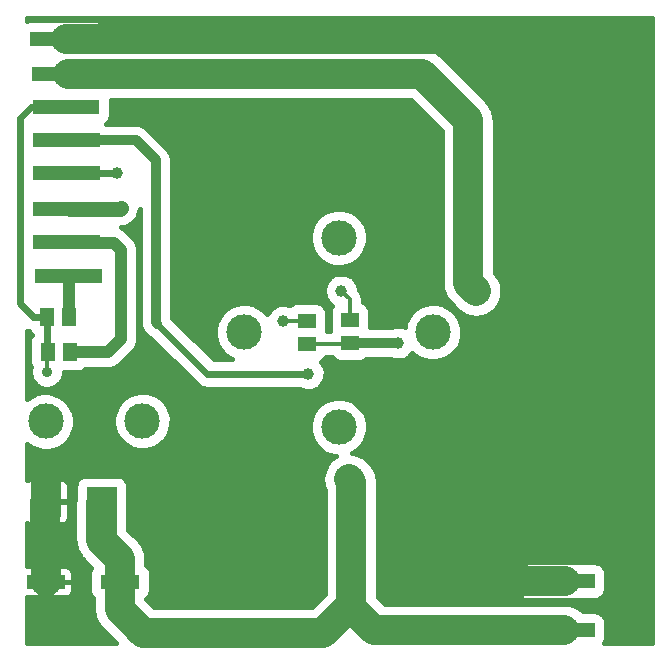
<source format=gbr>
G04 #@! TF.FileFunction,Copper,L1,Top,Signal*
%FSLAX46Y46*%
G04 Gerber Fmt 4.6, Leading zero omitted, Abs format (unit mm)*
G04 Created by KiCad (PCBNEW 4.0.6) date 05/07/17 20:50:35*
%MOMM*%
%LPD*%
G01*
G04 APERTURE LIST*
%ADD10C,0.100000*%
%ADD11R,1.500000X1.300000*%
%ADD12R,1.300000X1.500000*%
%ADD13C,1.100000*%
%ADD14R,0.635000X1.270000*%
%ADD15R,3.300000X1.300000*%
%ADD16R,2.540000X2.540000*%
%ADD17C,3.000000*%
%ADD18C,1.006400*%
%ADD19C,0.906400*%
%ADD20C,0.304800*%
%ADD21C,2.540000*%
%ADD22C,0.812800*%
%ADD23C,0.609600*%
%ADD24C,1.016000*%
%ADD25C,1.270000*%
%ADD26C,0.406400*%
G04 APERTURE END LIST*
D10*
D11*
X123952300Y-101280300D03*
X123952300Y-103180300D03*
X127584500Y-103104100D03*
X127584500Y-101204100D03*
D12*
X103905300Y-103859900D03*
X102005300Y-103859900D03*
X103847900Y-100932300D03*
X101947900Y-100932300D03*
D13*
X145772700Y-123292900D03*
D14*
X146153700Y-123292900D03*
X146788700Y-123292900D03*
X145518700Y-123292900D03*
X144883700Y-123292900D03*
X144248700Y-123292900D03*
X147385600Y-123292900D03*
X147982500Y-123292900D03*
X143626400Y-123292900D03*
X143004100Y-123292900D03*
D13*
X145754500Y-127426900D03*
D14*
X146135500Y-127426900D03*
X146770500Y-127426900D03*
X145500500Y-127426900D03*
X144865500Y-127426900D03*
X144230500Y-127426900D03*
X147367400Y-127426900D03*
X147964300Y-127426900D03*
X143608200Y-127426900D03*
X142985900Y-127426900D03*
D13*
X103577100Y-77378900D03*
D14*
X103958100Y-77378900D03*
X104593100Y-77378900D03*
X103323100Y-77378900D03*
X102688100Y-77378900D03*
X102053100Y-77378900D03*
X105190000Y-77378900D03*
X105786900Y-77378900D03*
X101430800Y-77378900D03*
X100808500Y-77378900D03*
D13*
X103763100Y-80323900D03*
D14*
X104144100Y-80323900D03*
X104779100Y-80323900D03*
X103509100Y-80323900D03*
X102874100Y-80323900D03*
X102239100Y-80323900D03*
X105376000Y-80323900D03*
X105972900Y-80323900D03*
X101616800Y-80323900D03*
X100994500Y-80323900D03*
D13*
X103875100Y-88748900D03*
D14*
X104256100Y-88748900D03*
X104891100Y-88748900D03*
X103621100Y-88748900D03*
X102986100Y-88748900D03*
X102351100Y-88748900D03*
X105488000Y-88748900D03*
X106084900Y-88748900D03*
X101728800Y-88748900D03*
X101106500Y-88748900D03*
D13*
X103864100Y-91726900D03*
D14*
X104245100Y-91726900D03*
X104880100Y-91726900D03*
X103610100Y-91726900D03*
X102975100Y-91726900D03*
X102340100Y-91726900D03*
X105477000Y-91726900D03*
X106073900Y-91726900D03*
X101717800Y-91726900D03*
X101095500Y-91726900D03*
D13*
X103842100Y-83166900D03*
D14*
X104223100Y-83166900D03*
X104858100Y-83166900D03*
X103588100Y-83166900D03*
X102953100Y-83166900D03*
X102318100Y-83166900D03*
X105455000Y-83166900D03*
X106051900Y-83166900D03*
X101695800Y-83166900D03*
X101073500Y-83166900D03*
D13*
X104014100Y-97406900D03*
D14*
X104395100Y-97406900D03*
X105030100Y-97406900D03*
X103760100Y-97406900D03*
X103125100Y-97406900D03*
X102490100Y-97406900D03*
X105627000Y-97406900D03*
X106223900Y-97406900D03*
X101867800Y-97406900D03*
X101245500Y-97406900D03*
D13*
X103865100Y-94590900D03*
D14*
X104246100Y-94590900D03*
X104881100Y-94590900D03*
X103611100Y-94590900D03*
X102976100Y-94590900D03*
X102341100Y-94590900D03*
X105478000Y-94590900D03*
X106074900Y-94590900D03*
X101718800Y-94590900D03*
X101096500Y-94590900D03*
D13*
X103879100Y-85951900D03*
D14*
X104260100Y-85951900D03*
X104895100Y-85951900D03*
X103625100Y-85951900D03*
X102990100Y-85951900D03*
X102355100Y-85951900D03*
X105492000Y-85951900D03*
X106088900Y-85951900D03*
X101732800Y-85951900D03*
X101110500Y-85951900D03*
D15*
X108113100Y-123342900D03*
X101863100Y-123342900D03*
D16*
X101892600Y-116541900D03*
X106591600Y-116541900D03*
D17*
X118643700Y-102204900D03*
X126644700Y-94203900D03*
X134645700Y-102204900D03*
X126644700Y-110231300D03*
X101825100Y-109758900D03*
X110029100Y-109692900D03*
D18*
X121920300Y-101265100D03*
X138272100Y-98728900D03*
X127503100Y-114642900D03*
X131657100Y-103118900D03*
D19*
X101940100Y-105569900D03*
D18*
X124058100Y-105718900D03*
X141864100Y-93423900D03*
X131878100Y-118526900D03*
X116963000Y-116604000D03*
X107850100Y-88711900D03*
X108200100Y-91643900D03*
X126873300Y-98699700D03*
D19*
X103847900Y-99300900D03*
X108175100Y-97787900D03*
D20*
X123952300Y-101280300D02*
X121935500Y-101280300D01*
X121935500Y-101280300D02*
X121920300Y-101265100D01*
X123952300Y-103180300D02*
X127508300Y-103180300D01*
X127508300Y-103180300D02*
X127584500Y-103104100D01*
D21*
X108113100Y-123342900D02*
X108113100Y-121367900D01*
X108113100Y-121367900D02*
X106504100Y-119758900D01*
X106504100Y-119758900D02*
X106504100Y-116629400D01*
X106504100Y-116629400D02*
X106591600Y-116541900D01*
X103763100Y-80323900D02*
X133698100Y-80323900D01*
X133698100Y-80323900D02*
X137610100Y-84235900D01*
X137610100Y-84235900D02*
X137610100Y-98066900D01*
X137610100Y-98066900D02*
X138272100Y-98728900D01*
X145754500Y-127426900D02*
X129604100Y-127426900D01*
X129604100Y-127426900D02*
X127722100Y-125544900D01*
X127722100Y-125544900D02*
X127722100Y-125270900D01*
X127722100Y-125270900D02*
X127722100Y-114861900D01*
X127722100Y-114861900D02*
X127503100Y-114642900D01*
X106591600Y-116541900D02*
X106591600Y-119884400D01*
X106591600Y-119884400D02*
X108090100Y-121382900D01*
X108090100Y-121382900D02*
X108090100Y-125656900D01*
X108090100Y-125656900D02*
X110114100Y-127680900D01*
X110114100Y-127680900D02*
X125312100Y-127680900D01*
X125312100Y-127680900D02*
X127722100Y-125270900D01*
D22*
X127584500Y-103104100D02*
X131642300Y-103104100D01*
X131642300Y-103104100D02*
X131657100Y-103118900D01*
D23*
X101947900Y-100932300D02*
X101947900Y-103802500D01*
D24*
X101947900Y-103802500D02*
X102005300Y-103859900D01*
D23*
X101947900Y-100932300D02*
X100802500Y-100932300D01*
X100802500Y-100932300D02*
X99623100Y-99752900D01*
X99623100Y-99752900D02*
X99623100Y-84044900D01*
X99623100Y-84044900D02*
X100573100Y-83094900D01*
X100573100Y-83094900D02*
X103770100Y-83094900D01*
D24*
X103770100Y-83094900D02*
X103842100Y-83166900D01*
D20*
X101940100Y-105569900D02*
X101940100Y-103925100D01*
X101940100Y-103925100D02*
X102005300Y-103859900D01*
D23*
X111153100Y-101344900D02*
X111300600Y-101492400D01*
X111300600Y-101492400D02*
X115527100Y-105718900D01*
X115527100Y-105718900D02*
X124058100Y-105718900D01*
D22*
X103879100Y-85951900D02*
X109459100Y-85951900D01*
X109459100Y-85951900D02*
X111156100Y-87648900D01*
X111156100Y-87648900D02*
X111156100Y-101347900D01*
X111156100Y-101347900D02*
X111300600Y-101492400D01*
D21*
X101863100Y-123342900D02*
X101784100Y-116609400D01*
X101784100Y-116609400D02*
X101892600Y-116541900D01*
X103577100Y-77378900D02*
X136334100Y-77378900D01*
X136334100Y-77378900D02*
X141391100Y-82435900D01*
X141391100Y-82435900D02*
X141391100Y-92950900D01*
X141391100Y-92950900D02*
X141864100Y-93423900D01*
X145772700Y-123292900D02*
X133022100Y-123292900D01*
X133022100Y-123292900D02*
X131988100Y-122258900D01*
X131988100Y-122258900D02*
X131988100Y-118636900D01*
X131988100Y-118636900D02*
X131878100Y-118526900D01*
X101892600Y-116541900D02*
X101892600Y-114007400D01*
X101892600Y-114007400D02*
X102513100Y-113386900D01*
X102513100Y-113386900D02*
X113745900Y-113386900D01*
X113745900Y-113386900D02*
X116963000Y-116604000D01*
D23*
X103875100Y-88748900D02*
X107813100Y-88748900D01*
X107813100Y-88748900D02*
X107850100Y-88711900D01*
D25*
X103864100Y-91726900D02*
X108117100Y-91726900D01*
X108117100Y-91726900D02*
X108200100Y-91643900D01*
D20*
X127584500Y-101204100D02*
X127584500Y-99410900D01*
X127584500Y-99410900D02*
X126873300Y-98699700D01*
D24*
X103847900Y-100932300D02*
X103847900Y-99300900D01*
X103847900Y-99300900D02*
X103847900Y-97573100D01*
X103847900Y-97573100D02*
X104014100Y-97406900D01*
X103905300Y-103859900D02*
X107082100Y-103859900D01*
X107082100Y-103859900D02*
X108175100Y-102766900D01*
X108175100Y-102766900D02*
X108175100Y-97787900D01*
X108175100Y-97787900D02*
X108175100Y-95230900D01*
X108175100Y-95230900D02*
X107620100Y-94675900D01*
X107620100Y-94675900D02*
X103950100Y-94675900D01*
X103950100Y-94675900D02*
X103865100Y-94590900D01*
D26*
G36*
X153149900Y-128479700D02*
X149146738Y-128479700D01*
X149213272Y-128332099D01*
X149251670Y-128061900D01*
X149251670Y-126791900D01*
X149239413Y-126638195D01*
X149158679Y-126377496D01*
X149008513Y-126149610D01*
X148800804Y-125972581D01*
X148551999Y-125860428D01*
X148281800Y-125822030D01*
X147302648Y-125822030D01*
X147017314Y-125582606D01*
X146635039Y-125372449D01*
X146219224Y-125240544D01*
X145785708Y-125191918D01*
X145754500Y-125191700D01*
X130529950Y-125191700D01*
X129957300Y-124619050D01*
X129957300Y-122657900D01*
X141716730Y-122657900D01*
X141716730Y-123927900D01*
X141728987Y-124081605D01*
X141809721Y-124342304D01*
X141959887Y-124570190D01*
X142167596Y-124747219D01*
X142416401Y-124859372D01*
X142686600Y-124897770D01*
X148300000Y-124897770D01*
X148453705Y-124885513D01*
X148714404Y-124804779D01*
X148942290Y-124654613D01*
X149119319Y-124446904D01*
X149231472Y-124198099D01*
X149269870Y-123927900D01*
X149269870Y-122657900D01*
X149257613Y-122504195D01*
X149176879Y-122243496D01*
X149026713Y-122015610D01*
X148819004Y-121838581D01*
X148570199Y-121726428D01*
X148300000Y-121688030D01*
X142686600Y-121688030D01*
X142532895Y-121700287D01*
X142272196Y-121781021D01*
X142044310Y-121931187D01*
X141867281Y-122138896D01*
X141755128Y-122387701D01*
X141716730Y-122657900D01*
X129957300Y-122657900D01*
X129957300Y-114861900D01*
X129937149Y-114656386D01*
X129919157Y-114450732D01*
X129915878Y-114439446D01*
X129914731Y-114427747D01*
X129855044Y-114230055D01*
X129797451Y-114031819D01*
X129792043Y-114021386D01*
X129788645Y-114010131D01*
X129691700Y-113827804D01*
X129596697Y-113644523D01*
X129589364Y-113635338D01*
X129583846Y-113624959D01*
X129453318Y-113464916D01*
X129324538Y-113303597D01*
X129308410Y-113287241D01*
X129308133Y-113286902D01*
X129307819Y-113286642D01*
X129302625Y-113281375D01*
X129083625Y-113062375D01*
X128746532Y-112785483D01*
X128362076Y-112579340D01*
X127944904Y-112451797D01*
X127774041Y-112434442D01*
X128169772Y-112183304D01*
X128519874Y-111849906D01*
X128798550Y-111454857D01*
X128995187Y-111013203D01*
X129102295Y-110541766D01*
X129110006Y-109989575D01*
X129016103Y-109515331D01*
X128831874Y-109068359D01*
X128564337Y-108665683D01*
X128223681Y-108322640D01*
X127822882Y-108052298D01*
X127377207Y-107864953D01*
X126903630Y-107767742D01*
X126420191Y-107764367D01*
X125945304Y-107854956D01*
X125497056Y-108036060D01*
X125092522Y-108300780D01*
X124747110Y-108639033D01*
X124473976Y-109037934D01*
X124283525Y-109482291D01*
X124183010Y-109955177D01*
X124176260Y-110438581D01*
X124263532Y-110914089D01*
X124441502Y-111363590D01*
X124703391Y-111769963D01*
X125039224Y-112117728D01*
X125436209Y-112393640D01*
X125879225Y-112587189D01*
X126351398Y-112691003D01*
X126432272Y-112692697D01*
X126272665Y-112776848D01*
X125933648Y-113051379D01*
X125654410Y-113386532D01*
X125445588Y-113769538D01*
X125315136Y-114185810D01*
X125268023Y-114619493D01*
X125306043Y-115054068D01*
X125427749Y-115472981D01*
X125486900Y-115587096D01*
X125486900Y-124345050D01*
X124386250Y-125445700D01*
X111039950Y-125445700D01*
X110350218Y-124755968D01*
X110405390Y-124719613D01*
X110582419Y-124511904D01*
X110694572Y-124263099D01*
X110732970Y-123992900D01*
X110732970Y-122692900D01*
X110720713Y-122539195D01*
X110639979Y-122278496D01*
X110489813Y-122050610D01*
X110348300Y-121929999D01*
X110348300Y-121367900D01*
X110328149Y-121162386D01*
X110310157Y-120956732D01*
X110306878Y-120945446D01*
X110305731Y-120933747D01*
X110246058Y-120736102D01*
X110188452Y-120537819D01*
X110183042Y-120527382D01*
X110179645Y-120516131D01*
X110082719Y-120333839D01*
X109987697Y-120150523D01*
X109980364Y-120141338D01*
X109974846Y-120130959D01*
X109844343Y-119970946D01*
X109715539Y-119809597D01*
X109699408Y-119793240D01*
X109699133Y-119792902D01*
X109698820Y-119792643D01*
X109693625Y-119787375D01*
X108826800Y-118920550D01*
X108826800Y-117844762D01*
X108831470Y-117811900D01*
X108831470Y-115271900D01*
X108819213Y-115118195D01*
X108738479Y-114857496D01*
X108588313Y-114629610D01*
X108380604Y-114452581D01*
X108131799Y-114340428D01*
X107861600Y-114302030D01*
X105321600Y-114302030D01*
X105167895Y-114314287D01*
X104907196Y-114395021D01*
X104679310Y-114545187D01*
X104502281Y-114752896D01*
X104390128Y-115001701D01*
X104351730Y-115271900D01*
X104351730Y-116057539D01*
X104317744Y-116164676D01*
X104316434Y-116176354D01*
X104312997Y-116187596D01*
X104292131Y-116393027D01*
X104269118Y-116598192D01*
X104268957Y-116621169D01*
X104268914Y-116621597D01*
X104268952Y-116621996D01*
X104268900Y-116629400D01*
X104268900Y-119758900D01*
X104289051Y-119964414D01*
X104307043Y-120170068D01*
X104310322Y-120181354D01*
X104311469Y-120193053D01*
X104371156Y-120390745D01*
X104428749Y-120588981D01*
X104434157Y-120599414D01*
X104437555Y-120610669D01*
X104534489Y-120792976D01*
X104629503Y-120976278D01*
X104636837Y-120985465D01*
X104642354Y-120995841D01*
X104696510Y-121062243D01*
X104717003Y-121101778D01*
X104724337Y-121110965D01*
X104729854Y-121121341D01*
X104860345Y-121281338D01*
X104989162Y-121442704D01*
X105005292Y-121459060D01*
X105005567Y-121459398D01*
X105005880Y-121459657D01*
X105011075Y-121464925D01*
X105678873Y-122132723D01*
X105643781Y-122173896D01*
X105531628Y-122422701D01*
X105493230Y-122692900D01*
X105493230Y-123992900D01*
X105505487Y-124146605D01*
X105586221Y-124407304D01*
X105736387Y-124635190D01*
X105854900Y-124736198D01*
X105854900Y-125656900D01*
X105875051Y-125862414D01*
X105893043Y-126068068D01*
X105896322Y-126079354D01*
X105897469Y-126091053D01*
X105957156Y-126288745D01*
X106014749Y-126486981D01*
X106020157Y-126497414D01*
X106023555Y-126508669D01*
X106120489Y-126690976D01*
X106215503Y-126874278D01*
X106222837Y-126883465D01*
X106228354Y-126893841D01*
X106358845Y-127053838D01*
X106487662Y-127215204D01*
X106503792Y-127231560D01*
X106504067Y-127231898D01*
X106504380Y-127232157D01*
X106509575Y-127237425D01*
X107751850Y-128479700D01*
X100230300Y-128479700D01*
X100230300Y-124652500D01*
X101673200Y-124652500D01*
X101838100Y-124487600D01*
X101838100Y-123367900D01*
X101888100Y-123367900D01*
X101888100Y-124487600D01*
X102053000Y-124652500D01*
X103578065Y-124652500D01*
X103705498Y-124627152D01*
X103825538Y-124577430D01*
X103933571Y-124505245D01*
X104025445Y-124413370D01*
X104097630Y-124305338D01*
X104147352Y-124185298D01*
X104172700Y-124057865D01*
X104172700Y-123532800D01*
X104007800Y-123367900D01*
X101888100Y-123367900D01*
X101838100Y-123367900D01*
X101818100Y-123367900D01*
X101818100Y-123317900D01*
X101838100Y-123317900D01*
X101838100Y-122198200D01*
X101888100Y-122198200D01*
X101888100Y-123317900D01*
X104007800Y-123317900D01*
X104172700Y-123153000D01*
X104172700Y-122627935D01*
X104147352Y-122500502D01*
X104097630Y-122380462D01*
X104025445Y-122272430D01*
X103933571Y-122180555D01*
X103825538Y-122108370D01*
X103705498Y-122058648D01*
X103578065Y-122033300D01*
X102053000Y-122033300D01*
X101888100Y-122198200D01*
X101838100Y-122198200D01*
X101673200Y-122033300D01*
X100230300Y-122033300D01*
X100230300Y-118343068D01*
X100310162Y-118396430D01*
X100430202Y-118446152D01*
X100557635Y-118471500D01*
X101702700Y-118471500D01*
X101867600Y-118306600D01*
X101867600Y-116566900D01*
X101917600Y-116566900D01*
X101917600Y-118306600D01*
X102082500Y-118471500D01*
X103227565Y-118471500D01*
X103354998Y-118446152D01*
X103475038Y-118396430D01*
X103583071Y-118324245D01*
X103674945Y-118232370D01*
X103747130Y-118124338D01*
X103796852Y-118004298D01*
X103822200Y-117876865D01*
X103822200Y-116731800D01*
X103657300Y-116566900D01*
X101917600Y-116566900D01*
X101867600Y-116566900D01*
X101847600Y-116566900D01*
X101847600Y-116516900D01*
X101867600Y-116516900D01*
X101867600Y-114777200D01*
X101917600Y-114777200D01*
X101917600Y-116516900D01*
X103657300Y-116516900D01*
X103822200Y-116352000D01*
X103822200Y-115206935D01*
X103796852Y-115079502D01*
X103747130Y-114959462D01*
X103674945Y-114851430D01*
X103583071Y-114759555D01*
X103475038Y-114687370D01*
X103354998Y-114637648D01*
X103227565Y-114612300D01*
X102082500Y-114612300D01*
X101917600Y-114777200D01*
X101867600Y-114777200D01*
X101702700Y-114612300D01*
X100557635Y-114612300D01*
X100430202Y-114637648D01*
X100310162Y-114687370D01*
X100230300Y-114740732D01*
X100230300Y-111652748D01*
X100616609Y-111921240D01*
X101059625Y-112114789D01*
X101531798Y-112218603D01*
X102015143Y-112228727D01*
X102491249Y-112144777D01*
X102941981Y-111969949D01*
X103350172Y-111710904D01*
X103700274Y-111377506D01*
X103978950Y-110982457D01*
X104175587Y-110540803D01*
X104282695Y-110069366D01*
X104285057Y-109900181D01*
X107560660Y-109900181D01*
X107647932Y-110375689D01*
X107825902Y-110825190D01*
X108087791Y-111231563D01*
X108423624Y-111579328D01*
X108820609Y-111855240D01*
X109263625Y-112048789D01*
X109735798Y-112152603D01*
X110219143Y-112162727D01*
X110695249Y-112078777D01*
X111145981Y-111903949D01*
X111554172Y-111644904D01*
X111904274Y-111311506D01*
X112182950Y-110916457D01*
X112379587Y-110474803D01*
X112486695Y-110003366D01*
X112494406Y-109451175D01*
X112400503Y-108976931D01*
X112216274Y-108529959D01*
X111948737Y-108127283D01*
X111608081Y-107784240D01*
X111207282Y-107513898D01*
X110761607Y-107326553D01*
X110288030Y-107229342D01*
X109804591Y-107225967D01*
X109329704Y-107316556D01*
X108881456Y-107497660D01*
X108476922Y-107762380D01*
X108131510Y-108100633D01*
X107858376Y-108499534D01*
X107667925Y-108943891D01*
X107567410Y-109416777D01*
X107560660Y-109900181D01*
X104285057Y-109900181D01*
X104290406Y-109517175D01*
X104196503Y-109042931D01*
X104012274Y-108595959D01*
X103744737Y-108193283D01*
X103404081Y-107850240D01*
X103003282Y-107579898D01*
X102557607Y-107392553D01*
X102084030Y-107295342D01*
X101600591Y-107291967D01*
X101125704Y-107382556D01*
X100677456Y-107563660D01*
X100272922Y-107828380D01*
X100230300Y-107870119D01*
X100230300Y-102060078D01*
X100302194Y-102099602D01*
X100308564Y-102101623D01*
X100314445Y-102104776D01*
X100426588Y-102139062D01*
X100454838Y-102148023D01*
X100571187Y-102324590D01*
X100677900Y-102415541D01*
X100677900Y-102424382D01*
X100535981Y-102590896D01*
X100423828Y-102839701D01*
X100385430Y-103109900D01*
X100385430Y-104609900D01*
X100397687Y-104763605D01*
X100478421Y-105024304D01*
X100574824Y-105170601D01*
X100523719Y-105411027D01*
X100519836Y-105689163D01*
X100570049Y-105962756D01*
X100672448Y-106221385D01*
X100823131Y-106455199D01*
X101016359Y-106655292D01*
X101244772Y-106814044D01*
X101499670Y-106925406D01*
X101771343Y-106985137D01*
X102049445Y-106990962D01*
X102323381Y-106942660D01*
X102582719Y-106842070D01*
X102817580Y-106693023D01*
X103019017Y-106501196D01*
X103179359Y-106273897D01*
X103292498Y-106019783D01*
X103354124Y-105748533D01*
X103356481Y-105579770D01*
X104555300Y-105579770D01*
X104709005Y-105567513D01*
X104969704Y-105486779D01*
X105197590Y-105336613D01*
X105200584Y-105333100D01*
X107082100Y-105333100D01*
X107217555Y-105319818D01*
X107353097Y-105307960D01*
X107360535Y-105305799D01*
X107368246Y-105305043D01*
X107498538Y-105265705D01*
X107629199Y-105227745D01*
X107636076Y-105224180D01*
X107643493Y-105221941D01*
X107763645Y-105158055D01*
X107884462Y-105095430D01*
X107890517Y-105090596D01*
X107897356Y-105086960D01*
X108002851Y-105000921D01*
X108109163Y-104916052D01*
X108119944Y-104905422D01*
X108120167Y-104905240D01*
X108120338Y-104905034D01*
X108123810Y-104901610D01*
X109216809Y-103808610D01*
X109303188Y-103703450D01*
X109390657Y-103599209D01*
X109394388Y-103592422D01*
X109399306Y-103586435D01*
X109463619Y-103466492D01*
X109529170Y-103347255D01*
X109531512Y-103339871D01*
X109535173Y-103333044D01*
X109574956Y-103202919D01*
X109616107Y-103073196D01*
X109616971Y-103065496D01*
X109619235Y-103058090D01*
X109632988Y-102922700D01*
X109648156Y-102787469D01*
X109648262Y-102772329D01*
X109648291Y-102772043D01*
X109648266Y-102771777D01*
X109648300Y-102766900D01*
X109648300Y-95230900D01*
X109635018Y-95095445D01*
X109623160Y-94959903D01*
X109620999Y-94952465D01*
X109620243Y-94944754D01*
X109580905Y-94814462D01*
X109542945Y-94683801D01*
X109539380Y-94676924D01*
X109537141Y-94669507D01*
X109473255Y-94549355D01*
X109410630Y-94428538D01*
X109405796Y-94422483D01*
X109402160Y-94415644D01*
X109316146Y-94310180D01*
X109231253Y-94203837D01*
X109220624Y-94193059D01*
X109220440Y-94192833D01*
X109220231Y-94192660D01*
X109216810Y-94189191D01*
X108661810Y-93634190D01*
X108556621Y-93547787D01*
X108452409Y-93460343D01*
X108445622Y-93456612D01*
X108439635Y-93451694D01*
X108319692Y-93387381D01*
X108200455Y-93321830D01*
X108193464Y-93319612D01*
X108264208Y-93312676D01*
X108411459Y-93299793D01*
X108419541Y-93297445D01*
X108427914Y-93296624D01*
X108569439Y-93253896D01*
X108711362Y-93212663D01*
X108718829Y-93208792D01*
X108726889Y-93206359D01*
X108857423Y-93136953D01*
X108988632Y-93068941D01*
X108995209Y-93063690D01*
X109002637Y-93059741D01*
X109117176Y-92966325D01*
X109232704Y-92874100D01*
X109244411Y-92862554D01*
X109244656Y-92862355D01*
X109244843Y-92862129D01*
X109248612Y-92858412D01*
X109331612Y-92775412D01*
X109529841Y-92534084D01*
X109677422Y-92258849D01*
X109768730Y-91960191D01*
X109784500Y-91804941D01*
X109784500Y-101347900D01*
X109796858Y-101473935D01*
X109807905Y-101600208D01*
X109809919Y-101607139D01*
X109810622Y-101614312D01*
X109847227Y-101735553D01*
X109882589Y-101857268D01*
X109885909Y-101863672D01*
X109887993Y-101870576D01*
X109947475Y-101982447D01*
X110005779Y-102094926D01*
X110010278Y-102100562D01*
X110013665Y-102106932D01*
X110093749Y-102205124D01*
X110172785Y-102304131D01*
X110182689Y-102314175D01*
X110182853Y-102314376D01*
X110183039Y-102314530D01*
X110186232Y-102317768D01*
X110330732Y-102462268D01*
X110537585Y-102632178D01*
X110767727Y-102755579D01*
X114629075Y-106616926D01*
X114719757Y-106691413D01*
X114809592Y-106766794D01*
X114815442Y-106770010D01*
X114820605Y-106774251D01*
X114924018Y-106829700D01*
X115026794Y-106886202D01*
X115033160Y-106888221D01*
X115039045Y-106891377D01*
X115151234Y-106925677D01*
X115263052Y-106961147D01*
X115269688Y-106961891D01*
X115276075Y-106963844D01*
X115392785Y-106975699D01*
X115509368Y-106988776D01*
X115522424Y-106988867D01*
X115522667Y-106988892D01*
X115522894Y-106988871D01*
X115527100Y-106988900D01*
X123312361Y-106988900D01*
X123338261Y-107006901D01*
X123602144Y-107122189D01*
X123883394Y-107184026D01*
X124171299Y-107190056D01*
X124454893Y-107140051D01*
X124723372Y-107035915D01*
X124966512Y-106881614D01*
X125175050Y-106683025D01*
X125341044Y-106447714D01*
X125458171Y-106184642D01*
X125521970Y-105903830D01*
X125526563Y-105574916D01*
X125470630Y-105292432D01*
X125360894Y-105026192D01*
X125201534Y-104786338D01*
X125120465Y-104704701D01*
X125344590Y-104557013D01*
X125521619Y-104349304D01*
X125544790Y-104297900D01*
X126042887Y-104297900D01*
X126107787Y-104396390D01*
X126315496Y-104573419D01*
X126564301Y-104685572D01*
X126834500Y-104723970D01*
X128334500Y-104723970D01*
X128488205Y-104711713D01*
X128748904Y-104630979D01*
X128976790Y-104480813D01*
X128981148Y-104475700D01*
X131094735Y-104475700D01*
X131201144Y-104522189D01*
X131482394Y-104584026D01*
X131770299Y-104590056D01*
X132053893Y-104540051D01*
X132322372Y-104435915D01*
X132565512Y-104281614D01*
X132774050Y-104083025D01*
X132883025Y-103928544D01*
X133040224Y-104091328D01*
X133437209Y-104367240D01*
X133880225Y-104560789D01*
X134352398Y-104664603D01*
X134835743Y-104674727D01*
X135311849Y-104590777D01*
X135762581Y-104415949D01*
X136170772Y-104156904D01*
X136520874Y-103823506D01*
X136799550Y-103428457D01*
X136996187Y-102986803D01*
X137103295Y-102515366D01*
X137111006Y-101963175D01*
X137017103Y-101488931D01*
X136832874Y-101041959D01*
X136565337Y-100639283D01*
X136224681Y-100296240D01*
X135823882Y-100025898D01*
X135378207Y-99838553D01*
X134904630Y-99741342D01*
X134421191Y-99737967D01*
X133946304Y-99828556D01*
X133498056Y-100009660D01*
X133093522Y-100274380D01*
X132748110Y-100612633D01*
X132474976Y-101011534D01*
X132284525Y-101455891D01*
X132219388Y-101762335D01*
X132093419Y-101709382D01*
X131811332Y-101651478D01*
X131523371Y-101649468D01*
X131240504Y-101703427D01*
X131168546Y-101732500D01*
X129304370Y-101732500D01*
X129304370Y-100554100D01*
X129292113Y-100400395D01*
X129211379Y-100139696D01*
X129061213Y-99911810D01*
X128853504Y-99734781D01*
X128702100Y-99666533D01*
X128702100Y-99410900D01*
X128692031Y-99308213D01*
X128683029Y-99205316D01*
X128681388Y-99199668D01*
X128680815Y-99193824D01*
X128650992Y-99095044D01*
X128622176Y-98995859D01*
X128619471Y-98990641D01*
X128617773Y-98985016D01*
X128569330Y-98893909D01*
X128521799Y-98802211D01*
X128518130Y-98797615D01*
X128515373Y-98792430D01*
X128450160Y-98712471D01*
X128385719Y-98631748D01*
X128377651Y-98623567D01*
X128377516Y-98623401D01*
X128377362Y-98623274D01*
X128374763Y-98620638D01*
X128341323Y-98587198D01*
X128341763Y-98555716D01*
X128285830Y-98273232D01*
X128176094Y-98006992D01*
X128016734Y-97767138D01*
X127813822Y-97562804D01*
X127575086Y-97401774D01*
X127309619Y-97290182D01*
X127027532Y-97232278D01*
X126739571Y-97230268D01*
X126456704Y-97284227D01*
X126189704Y-97392102D01*
X125948743Y-97549783D01*
X125742998Y-97751264D01*
X125580305Y-97988870D01*
X125466862Y-98253552D01*
X125406990Y-98535227D01*
X125402970Y-98823167D01*
X125454954Y-99106404D01*
X125560962Y-99374150D01*
X125716956Y-99616207D01*
X125916996Y-99823354D01*
X126091989Y-99944977D01*
X126015181Y-100035096D01*
X125903028Y-100283901D01*
X125864630Y-100554100D01*
X125864630Y-101854100D01*
X125876887Y-102007805D01*
X125893887Y-102062700D01*
X125653355Y-102062700D01*
X125672170Y-101930300D01*
X125672170Y-100630300D01*
X125659913Y-100476595D01*
X125579179Y-100215896D01*
X125429013Y-99988010D01*
X125221304Y-99810981D01*
X124972499Y-99698828D01*
X124702300Y-99660430D01*
X123202300Y-99660430D01*
X123048595Y-99672687D01*
X122787896Y-99753421D01*
X122560010Y-99903587D01*
X122536484Y-99931190D01*
X122356619Y-99855582D01*
X122074532Y-99797678D01*
X121786571Y-99795668D01*
X121503704Y-99849627D01*
X121236704Y-99957502D01*
X120995743Y-100115183D01*
X120789998Y-100316664D01*
X120627305Y-100554270D01*
X120580072Y-100664472D01*
X120563337Y-100639283D01*
X120222681Y-100296240D01*
X119821882Y-100025898D01*
X119376207Y-99838553D01*
X118902630Y-99741342D01*
X118419191Y-99737967D01*
X117944304Y-99828556D01*
X117496056Y-100009660D01*
X117091522Y-100274380D01*
X116746110Y-100612633D01*
X116472976Y-101011534D01*
X116282525Y-101455891D01*
X116182010Y-101928777D01*
X116175260Y-102412181D01*
X116262532Y-102887689D01*
X116440502Y-103337190D01*
X116702391Y-103743563D01*
X117038224Y-104091328D01*
X117435209Y-104367240D01*
X117622121Y-104448900D01*
X116053151Y-104448900D01*
X112559934Y-100955682D01*
X112527700Y-100893496D01*
X112527700Y-94411181D01*
X124176260Y-94411181D01*
X124263532Y-94886689D01*
X124441502Y-95336190D01*
X124703391Y-95742563D01*
X125039224Y-96090328D01*
X125436209Y-96366240D01*
X125879225Y-96559789D01*
X126351398Y-96663603D01*
X126834743Y-96673727D01*
X127310849Y-96589777D01*
X127761581Y-96414949D01*
X128169772Y-96155904D01*
X128519874Y-95822506D01*
X128798550Y-95427457D01*
X128995187Y-94985803D01*
X129102295Y-94514366D01*
X129110006Y-93962175D01*
X129016103Y-93487931D01*
X128831874Y-93040959D01*
X128564337Y-92638283D01*
X128223681Y-92295240D01*
X127822882Y-92024898D01*
X127377207Y-91837553D01*
X126903630Y-91740342D01*
X126420191Y-91736967D01*
X125945304Y-91827556D01*
X125497056Y-92008660D01*
X125092522Y-92273380D01*
X124747110Y-92611633D01*
X124473976Y-93010534D01*
X124283525Y-93454891D01*
X124183010Y-93927777D01*
X124176260Y-94411181D01*
X112527700Y-94411181D01*
X112527700Y-87648900D01*
X112515337Y-87522816D01*
X112504294Y-87396592D01*
X112502282Y-87389666D01*
X112501578Y-87382488D01*
X112464961Y-87261206D01*
X112429611Y-87139532D01*
X112426291Y-87133128D01*
X112424207Y-87126224D01*
X112364715Y-87014334D01*
X112306420Y-86901873D01*
X112301923Y-86896239D01*
X112298535Y-86889868D01*
X112218422Y-86791640D01*
X112139414Y-86692669D01*
X112129516Y-86682631D01*
X112129347Y-86682424D01*
X112129156Y-86682266D01*
X112125967Y-86679032D01*
X110428968Y-84982032D01*
X110331071Y-84901619D01*
X110234009Y-84820174D01*
X110227686Y-84816698D01*
X110222115Y-84812122D01*
X110110504Y-84752277D01*
X109999431Y-84691214D01*
X109992554Y-84689032D01*
X109986199Y-84685625D01*
X109865042Y-84648583D01*
X109744272Y-84610273D01*
X109737106Y-84609469D01*
X109730207Y-84607360D01*
X109604160Y-84594557D01*
X109478251Y-84580434D01*
X109464147Y-84580335D01*
X109463888Y-84580309D01*
X109463647Y-84580332D01*
X109459100Y-84580300D01*
X107022459Y-84580300D01*
X106983562Y-84547148D01*
X107011690Y-84528613D01*
X107188719Y-84320904D01*
X107300872Y-84072099D01*
X107339270Y-83801900D01*
X107339270Y-82559100D01*
X132772250Y-82559100D01*
X135374900Y-85161750D01*
X135374900Y-98066900D01*
X135395051Y-98272414D01*
X135413043Y-98478068D01*
X135416322Y-98489354D01*
X135417469Y-98501053D01*
X135477156Y-98698745D01*
X135534749Y-98896981D01*
X135540157Y-98907414D01*
X135543555Y-98918669D01*
X135640489Y-99100976D01*
X135735503Y-99284278D01*
X135742837Y-99293465D01*
X135748354Y-99303841D01*
X135878845Y-99463838D01*
X136007662Y-99625204D01*
X136023792Y-99641560D01*
X136024067Y-99641898D01*
X136024380Y-99642157D01*
X136029575Y-99647425D01*
X136691575Y-100309425D01*
X137028668Y-100586317D01*
X137413123Y-100792459D01*
X137830296Y-100920002D01*
X138264297Y-100964086D01*
X138698596Y-100923033D01*
X139116650Y-100798406D01*
X139502535Y-100594952D01*
X139841552Y-100320421D01*
X140120790Y-99985268D01*
X140329612Y-99602261D01*
X140460064Y-99185990D01*
X140507177Y-98752306D01*
X140469157Y-98317731D01*
X140347451Y-97898819D01*
X140146696Y-97511522D01*
X139874538Y-97170596D01*
X139852625Y-97148375D01*
X139845300Y-97141050D01*
X139845300Y-84235900D01*
X139825150Y-84030394D01*
X139807157Y-83824731D01*
X139803878Y-83813445D01*
X139802731Y-83801747D01*
X139743048Y-83604067D01*
X139685451Y-83405819D01*
X139680043Y-83395386D01*
X139676645Y-83384131D01*
X139579690Y-83201785D01*
X139484696Y-83018522D01*
X139477365Y-83009338D01*
X139471846Y-82998959D01*
X139341333Y-82838935D01*
X139212538Y-82677596D01*
X139196408Y-82661240D01*
X139196133Y-82660902D01*
X139195820Y-82660643D01*
X139190625Y-82655375D01*
X135278625Y-78743375D01*
X135119051Y-78612299D01*
X134960914Y-78479606D01*
X134950616Y-78473945D01*
X134941532Y-78466483D01*
X134759542Y-78368901D01*
X134578639Y-78269449D01*
X134567437Y-78265895D01*
X134557076Y-78260340D01*
X134359585Y-78199961D01*
X134162824Y-78137544D01*
X134151146Y-78136234D01*
X134139904Y-78132797D01*
X133934473Y-78111931D01*
X133729308Y-78088918D01*
X133706331Y-78088757D01*
X133705903Y-78088714D01*
X133705504Y-78088752D01*
X133698100Y-78088700D01*
X107063640Y-78088700D01*
X107074270Y-78013900D01*
X107074270Y-76743900D01*
X107062013Y-76590195D01*
X106981279Y-76329496D01*
X106831113Y-76101610D01*
X106623404Y-75924581D01*
X106374599Y-75812428D01*
X106104400Y-75774030D01*
X100491000Y-75774030D01*
X100337295Y-75786287D01*
X100230300Y-75819422D01*
X100230300Y-75560100D01*
X153149900Y-75560100D01*
X153149900Y-128479700D01*
X153149900Y-128479700D01*
G37*
X153149900Y-128479700D02*
X149146738Y-128479700D01*
X149213272Y-128332099D01*
X149251670Y-128061900D01*
X149251670Y-126791900D01*
X149239413Y-126638195D01*
X149158679Y-126377496D01*
X149008513Y-126149610D01*
X148800804Y-125972581D01*
X148551999Y-125860428D01*
X148281800Y-125822030D01*
X147302648Y-125822030D01*
X147017314Y-125582606D01*
X146635039Y-125372449D01*
X146219224Y-125240544D01*
X145785708Y-125191918D01*
X145754500Y-125191700D01*
X130529950Y-125191700D01*
X129957300Y-124619050D01*
X129957300Y-122657900D01*
X141716730Y-122657900D01*
X141716730Y-123927900D01*
X141728987Y-124081605D01*
X141809721Y-124342304D01*
X141959887Y-124570190D01*
X142167596Y-124747219D01*
X142416401Y-124859372D01*
X142686600Y-124897770D01*
X148300000Y-124897770D01*
X148453705Y-124885513D01*
X148714404Y-124804779D01*
X148942290Y-124654613D01*
X149119319Y-124446904D01*
X149231472Y-124198099D01*
X149269870Y-123927900D01*
X149269870Y-122657900D01*
X149257613Y-122504195D01*
X149176879Y-122243496D01*
X149026713Y-122015610D01*
X148819004Y-121838581D01*
X148570199Y-121726428D01*
X148300000Y-121688030D01*
X142686600Y-121688030D01*
X142532895Y-121700287D01*
X142272196Y-121781021D01*
X142044310Y-121931187D01*
X141867281Y-122138896D01*
X141755128Y-122387701D01*
X141716730Y-122657900D01*
X129957300Y-122657900D01*
X129957300Y-114861900D01*
X129937149Y-114656386D01*
X129919157Y-114450732D01*
X129915878Y-114439446D01*
X129914731Y-114427747D01*
X129855044Y-114230055D01*
X129797451Y-114031819D01*
X129792043Y-114021386D01*
X129788645Y-114010131D01*
X129691700Y-113827804D01*
X129596697Y-113644523D01*
X129589364Y-113635338D01*
X129583846Y-113624959D01*
X129453318Y-113464916D01*
X129324538Y-113303597D01*
X129308410Y-113287241D01*
X129308133Y-113286902D01*
X129307819Y-113286642D01*
X129302625Y-113281375D01*
X129083625Y-113062375D01*
X128746532Y-112785483D01*
X128362076Y-112579340D01*
X127944904Y-112451797D01*
X127774041Y-112434442D01*
X128169772Y-112183304D01*
X128519874Y-111849906D01*
X128798550Y-111454857D01*
X128995187Y-111013203D01*
X129102295Y-110541766D01*
X129110006Y-109989575D01*
X129016103Y-109515331D01*
X128831874Y-109068359D01*
X128564337Y-108665683D01*
X128223681Y-108322640D01*
X127822882Y-108052298D01*
X127377207Y-107864953D01*
X126903630Y-107767742D01*
X126420191Y-107764367D01*
X125945304Y-107854956D01*
X125497056Y-108036060D01*
X125092522Y-108300780D01*
X124747110Y-108639033D01*
X124473976Y-109037934D01*
X124283525Y-109482291D01*
X124183010Y-109955177D01*
X124176260Y-110438581D01*
X124263532Y-110914089D01*
X124441502Y-111363590D01*
X124703391Y-111769963D01*
X125039224Y-112117728D01*
X125436209Y-112393640D01*
X125879225Y-112587189D01*
X126351398Y-112691003D01*
X126432272Y-112692697D01*
X126272665Y-112776848D01*
X125933648Y-113051379D01*
X125654410Y-113386532D01*
X125445588Y-113769538D01*
X125315136Y-114185810D01*
X125268023Y-114619493D01*
X125306043Y-115054068D01*
X125427749Y-115472981D01*
X125486900Y-115587096D01*
X125486900Y-124345050D01*
X124386250Y-125445700D01*
X111039950Y-125445700D01*
X110350218Y-124755968D01*
X110405390Y-124719613D01*
X110582419Y-124511904D01*
X110694572Y-124263099D01*
X110732970Y-123992900D01*
X110732970Y-122692900D01*
X110720713Y-122539195D01*
X110639979Y-122278496D01*
X110489813Y-122050610D01*
X110348300Y-121929999D01*
X110348300Y-121367900D01*
X110328149Y-121162386D01*
X110310157Y-120956732D01*
X110306878Y-120945446D01*
X110305731Y-120933747D01*
X110246058Y-120736102D01*
X110188452Y-120537819D01*
X110183042Y-120527382D01*
X110179645Y-120516131D01*
X110082719Y-120333839D01*
X109987697Y-120150523D01*
X109980364Y-120141338D01*
X109974846Y-120130959D01*
X109844343Y-119970946D01*
X109715539Y-119809597D01*
X109699408Y-119793240D01*
X109699133Y-119792902D01*
X109698820Y-119792643D01*
X109693625Y-119787375D01*
X108826800Y-118920550D01*
X108826800Y-117844762D01*
X108831470Y-117811900D01*
X108831470Y-115271900D01*
X108819213Y-115118195D01*
X108738479Y-114857496D01*
X108588313Y-114629610D01*
X108380604Y-114452581D01*
X108131799Y-114340428D01*
X107861600Y-114302030D01*
X105321600Y-114302030D01*
X105167895Y-114314287D01*
X104907196Y-114395021D01*
X104679310Y-114545187D01*
X104502281Y-114752896D01*
X104390128Y-115001701D01*
X104351730Y-115271900D01*
X104351730Y-116057539D01*
X104317744Y-116164676D01*
X104316434Y-116176354D01*
X104312997Y-116187596D01*
X104292131Y-116393027D01*
X104269118Y-116598192D01*
X104268957Y-116621169D01*
X104268914Y-116621597D01*
X104268952Y-116621996D01*
X104268900Y-116629400D01*
X104268900Y-119758900D01*
X104289051Y-119964414D01*
X104307043Y-120170068D01*
X104310322Y-120181354D01*
X104311469Y-120193053D01*
X104371156Y-120390745D01*
X104428749Y-120588981D01*
X104434157Y-120599414D01*
X104437555Y-120610669D01*
X104534489Y-120792976D01*
X104629503Y-120976278D01*
X104636837Y-120985465D01*
X104642354Y-120995841D01*
X104696510Y-121062243D01*
X104717003Y-121101778D01*
X104724337Y-121110965D01*
X104729854Y-121121341D01*
X104860345Y-121281338D01*
X104989162Y-121442704D01*
X105005292Y-121459060D01*
X105005567Y-121459398D01*
X105005880Y-121459657D01*
X105011075Y-121464925D01*
X105678873Y-122132723D01*
X105643781Y-122173896D01*
X105531628Y-122422701D01*
X105493230Y-122692900D01*
X105493230Y-123992900D01*
X105505487Y-124146605D01*
X105586221Y-124407304D01*
X105736387Y-124635190D01*
X105854900Y-124736198D01*
X105854900Y-125656900D01*
X105875051Y-125862414D01*
X105893043Y-126068068D01*
X105896322Y-126079354D01*
X105897469Y-126091053D01*
X105957156Y-126288745D01*
X106014749Y-126486981D01*
X106020157Y-126497414D01*
X106023555Y-126508669D01*
X106120489Y-126690976D01*
X106215503Y-126874278D01*
X106222837Y-126883465D01*
X106228354Y-126893841D01*
X106358845Y-127053838D01*
X106487662Y-127215204D01*
X106503792Y-127231560D01*
X106504067Y-127231898D01*
X106504380Y-127232157D01*
X106509575Y-127237425D01*
X107751850Y-128479700D01*
X100230300Y-128479700D01*
X100230300Y-124652500D01*
X101673200Y-124652500D01*
X101838100Y-124487600D01*
X101838100Y-123367900D01*
X101888100Y-123367900D01*
X101888100Y-124487600D01*
X102053000Y-124652500D01*
X103578065Y-124652500D01*
X103705498Y-124627152D01*
X103825538Y-124577430D01*
X103933571Y-124505245D01*
X104025445Y-124413370D01*
X104097630Y-124305338D01*
X104147352Y-124185298D01*
X104172700Y-124057865D01*
X104172700Y-123532800D01*
X104007800Y-123367900D01*
X101888100Y-123367900D01*
X101838100Y-123367900D01*
X101818100Y-123367900D01*
X101818100Y-123317900D01*
X101838100Y-123317900D01*
X101838100Y-122198200D01*
X101888100Y-122198200D01*
X101888100Y-123317900D01*
X104007800Y-123317900D01*
X104172700Y-123153000D01*
X104172700Y-122627935D01*
X104147352Y-122500502D01*
X104097630Y-122380462D01*
X104025445Y-122272430D01*
X103933571Y-122180555D01*
X103825538Y-122108370D01*
X103705498Y-122058648D01*
X103578065Y-122033300D01*
X102053000Y-122033300D01*
X101888100Y-122198200D01*
X101838100Y-122198200D01*
X101673200Y-122033300D01*
X100230300Y-122033300D01*
X100230300Y-118343068D01*
X100310162Y-118396430D01*
X100430202Y-118446152D01*
X100557635Y-118471500D01*
X101702700Y-118471500D01*
X101867600Y-118306600D01*
X101867600Y-116566900D01*
X101917600Y-116566900D01*
X101917600Y-118306600D01*
X102082500Y-118471500D01*
X103227565Y-118471500D01*
X103354998Y-118446152D01*
X103475038Y-118396430D01*
X103583071Y-118324245D01*
X103674945Y-118232370D01*
X103747130Y-118124338D01*
X103796852Y-118004298D01*
X103822200Y-117876865D01*
X103822200Y-116731800D01*
X103657300Y-116566900D01*
X101917600Y-116566900D01*
X101867600Y-116566900D01*
X101847600Y-116566900D01*
X101847600Y-116516900D01*
X101867600Y-116516900D01*
X101867600Y-114777200D01*
X101917600Y-114777200D01*
X101917600Y-116516900D01*
X103657300Y-116516900D01*
X103822200Y-116352000D01*
X103822200Y-115206935D01*
X103796852Y-115079502D01*
X103747130Y-114959462D01*
X103674945Y-114851430D01*
X103583071Y-114759555D01*
X103475038Y-114687370D01*
X103354998Y-114637648D01*
X103227565Y-114612300D01*
X102082500Y-114612300D01*
X101917600Y-114777200D01*
X101867600Y-114777200D01*
X101702700Y-114612300D01*
X100557635Y-114612300D01*
X100430202Y-114637648D01*
X100310162Y-114687370D01*
X100230300Y-114740732D01*
X100230300Y-111652748D01*
X100616609Y-111921240D01*
X101059625Y-112114789D01*
X101531798Y-112218603D01*
X102015143Y-112228727D01*
X102491249Y-112144777D01*
X102941981Y-111969949D01*
X103350172Y-111710904D01*
X103700274Y-111377506D01*
X103978950Y-110982457D01*
X104175587Y-110540803D01*
X104282695Y-110069366D01*
X104285057Y-109900181D01*
X107560660Y-109900181D01*
X107647932Y-110375689D01*
X107825902Y-110825190D01*
X108087791Y-111231563D01*
X108423624Y-111579328D01*
X108820609Y-111855240D01*
X109263625Y-112048789D01*
X109735798Y-112152603D01*
X110219143Y-112162727D01*
X110695249Y-112078777D01*
X111145981Y-111903949D01*
X111554172Y-111644904D01*
X111904274Y-111311506D01*
X112182950Y-110916457D01*
X112379587Y-110474803D01*
X112486695Y-110003366D01*
X112494406Y-109451175D01*
X112400503Y-108976931D01*
X112216274Y-108529959D01*
X111948737Y-108127283D01*
X111608081Y-107784240D01*
X111207282Y-107513898D01*
X110761607Y-107326553D01*
X110288030Y-107229342D01*
X109804591Y-107225967D01*
X109329704Y-107316556D01*
X108881456Y-107497660D01*
X108476922Y-107762380D01*
X108131510Y-108100633D01*
X107858376Y-108499534D01*
X107667925Y-108943891D01*
X107567410Y-109416777D01*
X107560660Y-109900181D01*
X104285057Y-109900181D01*
X104290406Y-109517175D01*
X104196503Y-109042931D01*
X104012274Y-108595959D01*
X103744737Y-108193283D01*
X103404081Y-107850240D01*
X103003282Y-107579898D01*
X102557607Y-107392553D01*
X102084030Y-107295342D01*
X101600591Y-107291967D01*
X101125704Y-107382556D01*
X100677456Y-107563660D01*
X100272922Y-107828380D01*
X100230300Y-107870119D01*
X100230300Y-102060078D01*
X100302194Y-102099602D01*
X100308564Y-102101623D01*
X100314445Y-102104776D01*
X100426588Y-102139062D01*
X100454838Y-102148023D01*
X100571187Y-102324590D01*
X100677900Y-102415541D01*
X100677900Y-102424382D01*
X100535981Y-102590896D01*
X100423828Y-102839701D01*
X100385430Y-103109900D01*
X100385430Y-104609900D01*
X100397687Y-104763605D01*
X100478421Y-105024304D01*
X100574824Y-105170601D01*
X100523719Y-105411027D01*
X100519836Y-105689163D01*
X100570049Y-105962756D01*
X100672448Y-106221385D01*
X100823131Y-106455199D01*
X101016359Y-106655292D01*
X101244772Y-106814044D01*
X101499670Y-106925406D01*
X101771343Y-106985137D01*
X102049445Y-106990962D01*
X102323381Y-106942660D01*
X102582719Y-106842070D01*
X102817580Y-106693023D01*
X103019017Y-106501196D01*
X103179359Y-106273897D01*
X103292498Y-106019783D01*
X103354124Y-105748533D01*
X103356481Y-105579770D01*
X104555300Y-105579770D01*
X104709005Y-105567513D01*
X104969704Y-105486779D01*
X105197590Y-105336613D01*
X105200584Y-105333100D01*
X107082100Y-105333100D01*
X107217555Y-105319818D01*
X107353097Y-105307960D01*
X107360535Y-105305799D01*
X107368246Y-105305043D01*
X107498538Y-105265705D01*
X107629199Y-105227745D01*
X107636076Y-105224180D01*
X107643493Y-105221941D01*
X107763645Y-105158055D01*
X107884462Y-105095430D01*
X107890517Y-105090596D01*
X107897356Y-105086960D01*
X108002851Y-105000921D01*
X108109163Y-104916052D01*
X108119944Y-104905422D01*
X108120167Y-104905240D01*
X108120338Y-104905034D01*
X108123810Y-104901610D01*
X109216809Y-103808610D01*
X109303188Y-103703450D01*
X109390657Y-103599209D01*
X109394388Y-103592422D01*
X109399306Y-103586435D01*
X109463619Y-103466492D01*
X109529170Y-103347255D01*
X109531512Y-103339871D01*
X109535173Y-103333044D01*
X109574956Y-103202919D01*
X109616107Y-103073196D01*
X109616971Y-103065496D01*
X109619235Y-103058090D01*
X109632988Y-102922700D01*
X109648156Y-102787469D01*
X109648262Y-102772329D01*
X109648291Y-102772043D01*
X109648266Y-102771777D01*
X109648300Y-102766900D01*
X109648300Y-95230900D01*
X109635018Y-95095445D01*
X109623160Y-94959903D01*
X109620999Y-94952465D01*
X109620243Y-94944754D01*
X109580905Y-94814462D01*
X109542945Y-94683801D01*
X109539380Y-94676924D01*
X109537141Y-94669507D01*
X109473255Y-94549355D01*
X109410630Y-94428538D01*
X109405796Y-94422483D01*
X109402160Y-94415644D01*
X109316146Y-94310180D01*
X109231253Y-94203837D01*
X109220624Y-94193059D01*
X109220440Y-94192833D01*
X109220231Y-94192660D01*
X109216810Y-94189191D01*
X108661810Y-93634190D01*
X108556621Y-93547787D01*
X108452409Y-93460343D01*
X108445622Y-93456612D01*
X108439635Y-93451694D01*
X108319692Y-93387381D01*
X108200455Y-93321830D01*
X108193464Y-93319612D01*
X108264208Y-93312676D01*
X108411459Y-93299793D01*
X108419541Y-93297445D01*
X108427914Y-93296624D01*
X108569439Y-93253896D01*
X108711362Y-93212663D01*
X108718829Y-93208792D01*
X108726889Y-93206359D01*
X108857423Y-93136953D01*
X108988632Y-93068941D01*
X108995209Y-93063690D01*
X109002637Y-93059741D01*
X109117176Y-92966325D01*
X109232704Y-92874100D01*
X109244411Y-92862554D01*
X109244656Y-92862355D01*
X109244843Y-92862129D01*
X109248612Y-92858412D01*
X109331612Y-92775412D01*
X109529841Y-92534084D01*
X109677422Y-92258849D01*
X109768730Y-91960191D01*
X109784500Y-91804941D01*
X109784500Y-101347900D01*
X109796858Y-101473935D01*
X109807905Y-101600208D01*
X109809919Y-101607139D01*
X109810622Y-101614312D01*
X109847227Y-101735553D01*
X109882589Y-101857268D01*
X109885909Y-101863672D01*
X109887993Y-101870576D01*
X109947475Y-101982447D01*
X110005779Y-102094926D01*
X110010278Y-102100562D01*
X110013665Y-102106932D01*
X110093749Y-102205124D01*
X110172785Y-102304131D01*
X110182689Y-102314175D01*
X110182853Y-102314376D01*
X110183039Y-102314530D01*
X110186232Y-102317768D01*
X110330732Y-102462268D01*
X110537585Y-102632178D01*
X110767727Y-102755579D01*
X114629075Y-106616926D01*
X114719757Y-106691413D01*
X114809592Y-106766794D01*
X114815442Y-106770010D01*
X114820605Y-106774251D01*
X114924018Y-106829700D01*
X115026794Y-106886202D01*
X115033160Y-106888221D01*
X115039045Y-106891377D01*
X115151234Y-106925677D01*
X115263052Y-106961147D01*
X115269688Y-106961891D01*
X115276075Y-106963844D01*
X115392785Y-106975699D01*
X115509368Y-106988776D01*
X115522424Y-106988867D01*
X115522667Y-106988892D01*
X115522894Y-106988871D01*
X115527100Y-106988900D01*
X123312361Y-106988900D01*
X123338261Y-107006901D01*
X123602144Y-107122189D01*
X123883394Y-107184026D01*
X124171299Y-107190056D01*
X124454893Y-107140051D01*
X124723372Y-107035915D01*
X124966512Y-106881614D01*
X125175050Y-106683025D01*
X125341044Y-106447714D01*
X125458171Y-106184642D01*
X125521970Y-105903830D01*
X125526563Y-105574916D01*
X125470630Y-105292432D01*
X125360894Y-105026192D01*
X125201534Y-104786338D01*
X125120465Y-104704701D01*
X125344590Y-104557013D01*
X125521619Y-104349304D01*
X125544790Y-104297900D01*
X126042887Y-104297900D01*
X126107787Y-104396390D01*
X126315496Y-104573419D01*
X126564301Y-104685572D01*
X126834500Y-104723970D01*
X128334500Y-104723970D01*
X128488205Y-104711713D01*
X128748904Y-104630979D01*
X128976790Y-104480813D01*
X128981148Y-104475700D01*
X131094735Y-104475700D01*
X131201144Y-104522189D01*
X131482394Y-104584026D01*
X131770299Y-104590056D01*
X132053893Y-104540051D01*
X132322372Y-104435915D01*
X132565512Y-104281614D01*
X132774050Y-104083025D01*
X132883025Y-103928544D01*
X133040224Y-104091328D01*
X133437209Y-104367240D01*
X133880225Y-104560789D01*
X134352398Y-104664603D01*
X134835743Y-104674727D01*
X135311849Y-104590777D01*
X135762581Y-104415949D01*
X136170772Y-104156904D01*
X136520874Y-103823506D01*
X136799550Y-103428457D01*
X136996187Y-102986803D01*
X137103295Y-102515366D01*
X137111006Y-101963175D01*
X137017103Y-101488931D01*
X136832874Y-101041959D01*
X136565337Y-100639283D01*
X136224681Y-100296240D01*
X135823882Y-100025898D01*
X135378207Y-99838553D01*
X134904630Y-99741342D01*
X134421191Y-99737967D01*
X133946304Y-99828556D01*
X133498056Y-100009660D01*
X133093522Y-100274380D01*
X132748110Y-100612633D01*
X132474976Y-101011534D01*
X132284525Y-101455891D01*
X132219388Y-101762335D01*
X132093419Y-101709382D01*
X131811332Y-101651478D01*
X131523371Y-101649468D01*
X131240504Y-101703427D01*
X131168546Y-101732500D01*
X129304370Y-101732500D01*
X129304370Y-100554100D01*
X129292113Y-100400395D01*
X129211379Y-100139696D01*
X129061213Y-99911810D01*
X128853504Y-99734781D01*
X128702100Y-99666533D01*
X128702100Y-99410900D01*
X128692031Y-99308213D01*
X128683029Y-99205316D01*
X128681388Y-99199668D01*
X128680815Y-99193824D01*
X128650992Y-99095044D01*
X128622176Y-98995859D01*
X128619471Y-98990641D01*
X128617773Y-98985016D01*
X128569330Y-98893909D01*
X128521799Y-98802211D01*
X128518130Y-98797615D01*
X128515373Y-98792430D01*
X128450160Y-98712471D01*
X128385719Y-98631748D01*
X128377651Y-98623567D01*
X128377516Y-98623401D01*
X128377362Y-98623274D01*
X128374763Y-98620638D01*
X128341323Y-98587198D01*
X128341763Y-98555716D01*
X128285830Y-98273232D01*
X128176094Y-98006992D01*
X128016734Y-97767138D01*
X127813822Y-97562804D01*
X127575086Y-97401774D01*
X127309619Y-97290182D01*
X127027532Y-97232278D01*
X126739571Y-97230268D01*
X126456704Y-97284227D01*
X126189704Y-97392102D01*
X125948743Y-97549783D01*
X125742998Y-97751264D01*
X125580305Y-97988870D01*
X125466862Y-98253552D01*
X125406990Y-98535227D01*
X125402970Y-98823167D01*
X125454954Y-99106404D01*
X125560962Y-99374150D01*
X125716956Y-99616207D01*
X125916996Y-99823354D01*
X126091989Y-99944977D01*
X126015181Y-100035096D01*
X125903028Y-100283901D01*
X125864630Y-100554100D01*
X125864630Y-101854100D01*
X125876887Y-102007805D01*
X125893887Y-102062700D01*
X125653355Y-102062700D01*
X125672170Y-101930300D01*
X125672170Y-100630300D01*
X125659913Y-100476595D01*
X125579179Y-100215896D01*
X125429013Y-99988010D01*
X125221304Y-99810981D01*
X124972499Y-99698828D01*
X124702300Y-99660430D01*
X123202300Y-99660430D01*
X123048595Y-99672687D01*
X122787896Y-99753421D01*
X122560010Y-99903587D01*
X122536484Y-99931190D01*
X122356619Y-99855582D01*
X122074532Y-99797678D01*
X121786571Y-99795668D01*
X121503704Y-99849627D01*
X121236704Y-99957502D01*
X120995743Y-100115183D01*
X120789998Y-100316664D01*
X120627305Y-100554270D01*
X120580072Y-100664472D01*
X120563337Y-100639283D01*
X120222681Y-100296240D01*
X119821882Y-100025898D01*
X119376207Y-99838553D01*
X118902630Y-99741342D01*
X118419191Y-99737967D01*
X117944304Y-99828556D01*
X117496056Y-100009660D01*
X117091522Y-100274380D01*
X116746110Y-100612633D01*
X116472976Y-101011534D01*
X116282525Y-101455891D01*
X116182010Y-101928777D01*
X116175260Y-102412181D01*
X116262532Y-102887689D01*
X116440502Y-103337190D01*
X116702391Y-103743563D01*
X117038224Y-104091328D01*
X117435209Y-104367240D01*
X117622121Y-104448900D01*
X116053151Y-104448900D01*
X112559934Y-100955682D01*
X112527700Y-100893496D01*
X112527700Y-94411181D01*
X124176260Y-94411181D01*
X124263532Y-94886689D01*
X124441502Y-95336190D01*
X124703391Y-95742563D01*
X125039224Y-96090328D01*
X125436209Y-96366240D01*
X125879225Y-96559789D01*
X126351398Y-96663603D01*
X126834743Y-96673727D01*
X127310849Y-96589777D01*
X127761581Y-96414949D01*
X128169772Y-96155904D01*
X128519874Y-95822506D01*
X128798550Y-95427457D01*
X128995187Y-94985803D01*
X129102295Y-94514366D01*
X129110006Y-93962175D01*
X129016103Y-93487931D01*
X128831874Y-93040959D01*
X128564337Y-92638283D01*
X128223681Y-92295240D01*
X127822882Y-92024898D01*
X127377207Y-91837553D01*
X126903630Y-91740342D01*
X126420191Y-91736967D01*
X125945304Y-91827556D01*
X125497056Y-92008660D01*
X125092522Y-92273380D01*
X124747110Y-92611633D01*
X124473976Y-93010534D01*
X124283525Y-93454891D01*
X124183010Y-93927777D01*
X124176260Y-94411181D01*
X112527700Y-94411181D01*
X112527700Y-87648900D01*
X112515337Y-87522816D01*
X112504294Y-87396592D01*
X112502282Y-87389666D01*
X112501578Y-87382488D01*
X112464961Y-87261206D01*
X112429611Y-87139532D01*
X112426291Y-87133128D01*
X112424207Y-87126224D01*
X112364715Y-87014334D01*
X112306420Y-86901873D01*
X112301923Y-86896239D01*
X112298535Y-86889868D01*
X112218422Y-86791640D01*
X112139414Y-86692669D01*
X112129516Y-86682631D01*
X112129347Y-86682424D01*
X112129156Y-86682266D01*
X112125967Y-86679032D01*
X110428968Y-84982032D01*
X110331071Y-84901619D01*
X110234009Y-84820174D01*
X110227686Y-84816698D01*
X110222115Y-84812122D01*
X110110504Y-84752277D01*
X109999431Y-84691214D01*
X109992554Y-84689032D01*
X109986199Y-84685625D01*
X109865042Y-84648583D01*
X109744272Y-84610273D01*
X109737106Y-84609469D01*
X109730207Y-84607360D01*
X109604160Y-84594557D01*
X109478251Y-84580434D01*
X109464147Y-84580335D01*
X109463888Y-84580309D01*
X109463647Y-84580332D01*
X109459100Y-84580300D01*
X107022459Y-84580300D01*
X106983562Y-84547148D01*
X107011690Y-84528613D01*
X107188719Y-84320904D01*
X107300872Y-84072099D01*
X107339270Y-83801900D01*
X107339270Y-82559100D01*
X132772250Y-82559100D01*
X135374900Y-85161750D01*
X135374900Y-98066900D01*
X135395051Y-98272414D01*
X135413043Y-98478068D01*
X135416322Y-98489354D01*
X135417469Y-98501053D01*
X135477156Y-98698745D01*
X135534749Y-98896981D01*
X135540157Y-98907414D01*
X135543555Y-98918669D01*
X135640489Y-99100976D01*
X135735503Y-99284278D01*
X135742837Y-99293465D01*
X135748354Y-99303841D01*
X135878845Y-99463838D01*
X136007662Y-99625204D01*
X136023792Y-99641560D01*
X136024067Y-99641898D01*
X136024380Y-99642157D01*
X136029575Y-99647425D01*
X136691575Y-100309425D01*
X137028668Y-100586317D01*
X137413123Y-100792459D01*
X137830296Y-100920002D01*
X138264297Y-100964086D01*
X138698596Y-100923033D01*
X139116650Y-100798406D01*
X139502535Y-100594952D01*
X139841552Y-100320421D01*
X140120790Y-99985268D01*
X140329612Y-99602261D01*
X140460064Y-99185990D01*
X140507177Y-98752306D01*
X140469157Y-98317731D01*
X140347451Y-97898819D01*
X140146696Y-97511522D01*
X139874538Y-97170596D01*
X139852625Y-97148375D01*
X139845300Y-97141050D01*
X139845300Y-84235900D01*
X139825150Y-84030394D01*
X139807157Y-83824731D01*
X139803878Y-83813445D01*
X139802731Y-83801747D01*
X139743048Y-83604067D01*
X139685451Y-83405819D01*
X139680043Y-83395386D01*
X139676645Y-83384131D01*
X139579690Y-83201785D01*
X139484696Y-83018522D01*
X139477365Y-83009338D01*
X139471846Y-82998959D01*
X139341333Y-82838935D01*
X139212538Y-82677596D01*
X139196408Y-82661240D01*
X139196133Y-82660902D01*
X139195820Y-82660643D01*
X139190625Y-82655375D01*
X135278625Y-78743375D01*
X135119051Y-78612299D01*
X134960914Y-78479606D01*
X134950616Y-78473945D01*
X134941532Y-78466483D01*
X134759542Y-78368901D01*
X134578639Y-78269449D01*
X134567437Y-78265895D01*
X134557076Y-78260340D01*
X134359585Y-78199961D01*
X134162824Y-78137544D01*
X134151146Y-78136234D01*
X134139904Y-78132797D01*
X133934473Y-78111931D01*
X133729308Y-78088918D01*
X133706331Y-78088757D01*
X133705903Y-78088714D01*
X133705504Y-78088752D01*
X133698100Y-78088700D01*
X107063640Y-78088700D01*
X107074270Y-78013900D01*
X107074270Y-76743900D01*
X107062013Y-76590195D01*
X106981279Y-76329496D01*
X106831113Y-76101610D01*
X106623404Y-75924581D01*
X106374599Y-75812428D01*
X106104400Y-75774030D01*
X100491000Y-75774030D01*
X100337295Y-75786287D01*
X100230300Y-75819422D01*
X100230300Y-75560100D01*
X153149900Y-75560100D01*
X153149900Y-128479700D01*
M02*

</source>
